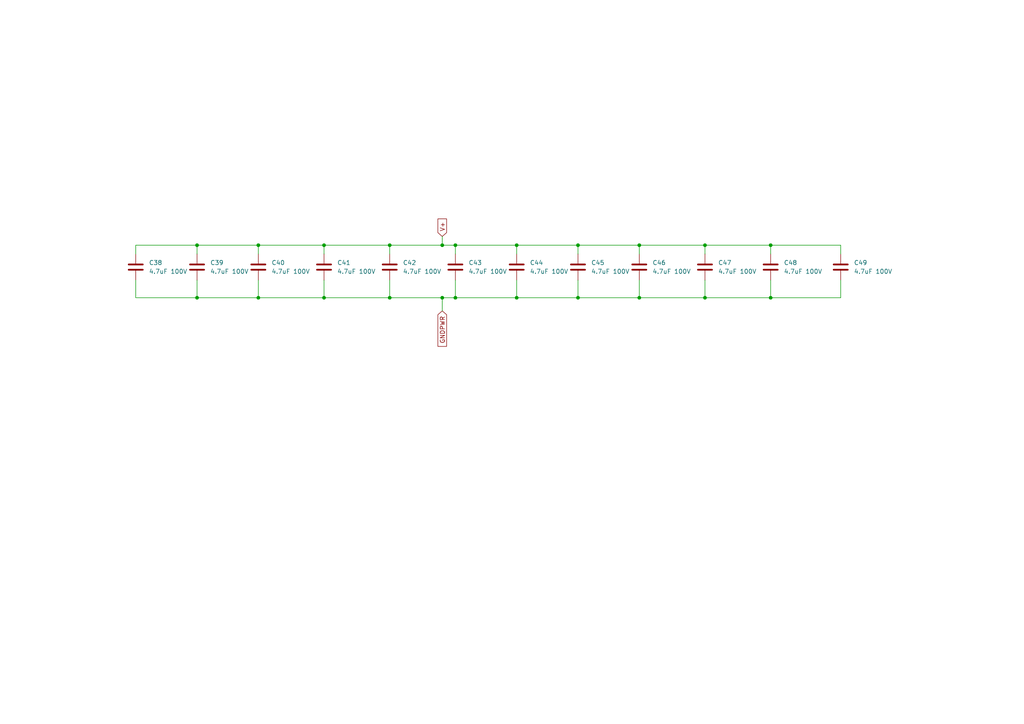
<source format=kicad_sch>
(kicad_sch (version 20230121) (generator eeschema)
  (paper "A4")
  (title_block (title "moteus-c1") (rev "1.1"))
  (lib_symbols
    (symbol "Device:C" (pin_numbers hide) (pin_names (offset 0.254))
      (property "Reference" "C" (at 0.635 2.54 0))
      (property "Value" "C" (at 0.635 -2.54 0))
      (symbol "C_0_1"
        (polyline (pts (xy -2.032 -0.762) (xy 2.032 -0.762)) (stroke (width 0.508)))
        (polyline (pts (xy -2.032 0.762) (xy 2.032 0.762)) (stroke (width 0.508)))
      )
      (symbol "C_1_1"
        (pin passive line (at 0 3.81 270) (length 2.794) (name "~") (number "1"))
        (pin passive line (at 0 -3.81 90) (length 2.794) (name "~") (number "2"))
      )
    )
  )
  (junction (at 74.93 71.12))
  (junction (at 74.93 86.36))
  (junction (at 128.27 71.12))
  (junction (at 113.03 71.12))
  (junction (at 223.52 71.12))
  (junction (at 132.08 71.12))
  (junction (at 149.86 71.12))
  (junction (at 204.47 71.12))
  (junction (at 93.98 86.36))
  (junction (at 185.42 71.12))
  (junction (at 57.15 71.12))
  (junction (at 167.64 86.36))
  (junction (at 185.42 86.36))
  (junction (at 204.47 86.36))
  (junction (at 113.03 86.36))
  (junction (at 93.98 71.12))
  (junction (at 128.27 86.36))
  (junction (at 167.64 71.12))
  (junction (at 57.15 86.36))
  (junction (at 223.52 86.36))
  (junction (at 132.08 86.36))
  (junction (at 149.86 86.36))
  (wire (pts (xy 223.52 86.36) (xy 243.84 86.36)))
  (wire (pts (xy 74.93 71.12) (xy 74.93 73.66)))
  (wire (pts (xy 93.98 81.28) (xy 93.98 86.36)))
  (wire (pts (xy 93.98 71.12) (xy 93.98 73.66)))
  (wire (pts (xy 113.03 71.12) (xy 113.03 73.66)))
  (wire (pts (xy 93.98 86.36) (xy 113.03 86.36)))
  (wire (pts (xy 149.86 71.12) (xy 132.08 71.12)))
  (wire (pts (xy 149.86 81.28) (xy 149.86 86.36)))
  (wire (pts (xy 204.47 71.12) (xy 204.47 73.66)))
  (wire (pts (xy 57.15 86.36) (xy 74.93 86.36)))
  (wire (pts (xy 39.37 73.66) (xy 39.37 71.12)))
  (wire (pts (xy 185.42 71.12) (xy 167.64 71.12)))
  (wire (pts (xy 113.03 81.28) (xy 113.03 86.36)))
  (wire (pts (xy 243.84 73.66) (xy 243.84 71.12)))
  (wire (pts (xy 57.15 71.12) (xy 57.15 73.66)))
  (wire (pts (xy 128.27 71.12) (xy 128.27 68.58)))
  (wire (pts (xy 74.93 81.28) (xy 74.93 86.36)))
  (wire (pts (xy 243.84 81.28) (xy 243.84 86.36)))
  (wire (pts (xy 223.52 81.28) (xy 223.52 86.36)))
  (wire (pts (xy 243.84 71.12) (xy 223.52 71.12)))
  (wire (pts (xy 57.15 71.12) (xy 74.93 71.12)))
  (wire (pts (xy 93.98 71.12) (xy 113.03 71.12)))
  (wire (pts (xy 167.64 81.28) (xy 167.64 86.36)))
  (wire (pts (xy 204.47 81.28) (xy 204.47 86.36)))
  (wire (pts (xy 128.27 86.36) (xy 132.08 86.36)))
  (wire (pts (xy 167.64 71.12) (xy 149.86 71.12)))
  (wire (pts (xy 132.08 86.36) (xy 149.86 86.36)))
  (wire (pts (xy 204.47 86.36) (xy 223.52 86.36)))
  (wire (pts (xy 204.47 71.12) (xy 185.42 71.12)))
  (wire (pts (xy 185.42 71.12) (xy 185.42 73.66)))
  (wire (pts (xy 185.42 86.36) (xy 204.47 86.36)))
  (wire (pts (xy 74.93 86.36) (xy 93.98 86.36)))
  (wire (pts (xy 74.93 71.12) (xy 93.98 71.12)))
  (wire (pts (xy 167.64 71.12) (xy 167.64 73.66)))
  (wire (pts (xy 223.52 71.12) (xy 204.47 71.12)))
  (wire (pts (xy 128.27 86.36) (xy 128.27 90.17)))
  (wire (pts (xy 132.08 71.12) (xy 132.08 73.66)))
  (wire (pts (xy 132.08 81.28) (xy 132.08 86.36)))
  (wire (pts (xy 223.52 71.12) (xy 223.52 73.66)))
  (wire (pts (xy 113.03 86.36) (xy 128.27 86.36)))
  (wire (pts (xy 113.03 71.12) (xy 128.27 71.12)))
  (wire (pts (xy 39.37 81.28) (xy 39.37 86.36)))
  (wire (pts (xy 39.37 86.36) (xy 57.15 86.36)))
  (wire (pts (xy 39.37 71.12) (xy 57.15 71.12)))
  (wire (pts (xy 167.64 86.36) (xy 185.42 86.36)))
  (wire (pts (xy 149.86 86.36) (xy 167.64 86.36)))
  (wire (pts (xy 185.42 81.28) (xy 185.42 86.36)))
  (wire (pts (xy 149.86 71.12) (xy 149.86 73.66)))
  (wire (pts (xy 57.15 81.28) (xy 57.15 86.36)))
  (wire (pts (xy 132.08 71.12) (xy 128.27 71.12)))
  (global_label "GNDPWR" (shape input) (at 128.27 90.17 270) (property "Intersheetrefs" "${INTERSHEET_REFS}" (effects hide)))
  (global_label "V+" (shape input) (at 128.27 68.58 90) (property "Intersheetrefs" "${INTERSHEET_REFS}" (effects hide)))
  (symbol (lib_id "Device:C") (at 223.52 77.47 0) (unit 1)
    (property "Reference" "C48" (at 227.33 76.2 0) (effects (justify left)))
    (property "Value" "4.7uF 100V" (at 227.33 78.74 0) (effects (justify left)))
    (property "Footprint" "Capacitor_SMD:C_1206_3216Metric" (effects hide))
    (property "MPN" "GRJ31CC72A475KE01K" (effects hide))
    (property "MF" "MURATA" (effects hide))
    (property "POPULATE" "1" (effects hide))
  )
  (symbol (lib_id "Device:C") (at 167.64 77.47 0) (unit 1)
    (property "Reference" "C45" (at 171.45 76.2 0) (effects (justify left)))
    (property "Value" "4.7uF 100V" (at 171.45 78.74 0) (effects (justify left)))
    (property "Footprint" "Capacitor_SMD:C_1206_3216Metric" (effects hide))
    (property "MPN" "GRJ31CC72A475KE01K" (effects hide))
    (property "MF" "MURATA" (effects hide))
    (property "POPULATE" "1" (effects hide))
  )
  (symbol (lib_id "Device:C") (at 74.93 77.47 0) (unit 1)
    (property "Reference" "C40" (at 78.74 76.2 0) (effects (justify left)))
    (property "Value" "4.7uF 100V" (at 78.74 78.74 0) (effects (justify left)))
    (property "Footprint" "Capacitor_SMD:C_1206_3216Metric" (effects hide))
    (property "MPN" "GRJ31CC72A475KE01K" (effects hide))
    (property "MF" "MURATA" (effects hide))
    (property "POPULATE" "1" (effects hide))
  )
  (symbol (lib_id "Device:C") (at 39.37 77.47 0) (unit 1)
    (property "Reference" "C38" (at 43.18 76.2 0) (effects (justify left)))
    (property "Value" "4.7uF 100V" (at 43.18 78.74 0) (effects (justify left)))
    (property "Footprint" "Capacitor_SMD:C_1206_3216Metric" (effects hide))
    (property "MPN" "GRJ31CC72A475KE01K" (effects hide))
    (property "MF" "MURATA" (effects hide))
    (property "POPULATE" "1" (effects hide))
  )
  (symbol (lib_id "Device:C") (at 243.84 77.47 0) (unit 1)
    (property "Reference" "C49" (at 247.65 76.2 0) (effects (justify left)))
    (property "Value" "4.7uF 100V" (at 247.65 78.74 0) (effects (justify left)))
    (property "Footprint" "Capacitor_SMD:C_1206_3216Metric" (effects hide))
    (property "MPN" "GRJ31CC72A475KE01K" (effects hide))
    (property "MF" "MURATA" (effects hide))
    (property "POPULATE" "1" (effects hide))
  )
  (symbol (lib_id "Device:C") (at 57.15 77.47 0) (unit 1)
    (property "Reference" "C39" (at 60.96 76.2 0) (effects (justify left)))
    (property "Value" "4.7uF 100V" (at 60.96 78.74 0) (effects (justify left)))
    (property "Footprint" "Capacitor_SMD:C_1206_3216Metric" (effects hide))
    (property "MPN" "GRJ31CC72A475KE01K" (effects hide))
    (property "MF" "MURATA" (effects hide))
    (property "POPULATE" "1" (effects hide))
  )
  (symbol (lib_id "Device:C") (at 149.86 77.47 0) (unit 1)
    (property "Reference" "C44" (at 153.67 76.2 0) (effects (justify left)))
    (property "Value" "4.7uF 100V" (at 153.67 78.74 0) (effects (justify left)))
    (property "Footprint" "Capacitor_SMD:C_1206_3216Metric" (effects hide))
    (property "MPN" "GRJ31CC72A475KE01K" (effects hide))
    (property "MF" "MURATA" (effects hide))
    (property "POPULATE" "1" (effects hide))
  )
  (symbol (lib_id "Device:C") (at 132.08 77.47 0) (unit 1)
    (property "Reference" "C43" (at 135.89 76.2 0) (effects (justify left)))
    (property "Value" "4.7uF 100V" (at 135.89 78.74 0) (effects (justify left)))
    (property "Footprint" "Capacitor_SMD:C_1206_3216Metric" (effects hide))
    (property "MPN" "GRJ31CC72A475KE01K" (effects hide))
    (property "MF" "MURATA" (effects hide))
    (property "POPULATE" "1" (effects hide))
  )
  (symbol (lib_id "Device:C") (at 204.47 77.47 0) (unit 1)
    (property "Reference" "C47" (at 208.28 76.2 0) (effects (justify left)))
    (property "Value" "4.7uF 100V" (at 208.28 78.74 0) (effects (justify left)))
    (property "Footprint" "Capacitor_SMD:C_1206_3216Metric" (effects hide))
    (property "MPN" "GRJ31CC72A475KE01K" (effects hide))
    (property "MF" "MURATA" (effects hide))
    (property "POPULATE" "1" (effects hide))
  )
  (symbol (lib_id "Device:C") (at 93.98 77.47 0) (unit 1)
    (property "Reference" "C41" (at 97.79 76.2 0) (effects (justify left)))
    (property "Value" "4.7uF 100V" (at 97.79 78.74 0) (effects (justify left)))
    (property "Footprint" "Capacitor_SMD:C_1206_3216Metric" (effects hide))
    (property "MPN" "GRJ31CC72A475KE01K" (effects hide))
    (property "MF" "MURATA" (effects hide))
    (property "POPULATE" "1" (effects hide))
  )
  (symbol (lib_id "Device:C") (at 185.42 77.47 0) (unit 1)
    (property "Reference" "C46" (at 189.23 76.2 0) (effects (justify left)))
    (property "Value" "4.7uF 100V" (at 189.23 78.74 0) (effects (justify left)))
    (property "Footprint" "Capacitor_SMD:C_1206_3216Metric" (effects hide))
    (property "MPN" "GRJ31CC72A475KE01K" (effects hide))
    (property "MF" "MURATA" (effects hide))
    (property "POPULATE" "1" (effects hide))
  )
  (symbol (lib_id "Device:C") (at 113.03 77.47 0) (unit 1)
    (property "Reference" "C42" (at 116.84 76.2 0) (effects (justify left)))
    (property "Value" "4.7uF 100V" (at 116.84 78.74 0) (effects (justify left)))
    (property "Footprint" "Capacitor_SMD:C_1206_3216Metric" (effects hide))
    (property "MPN" "GRJ31CC72A475KE01K" (effects hide))
    (property "MF" "MURATA" (effects hide))
    (property "POPULATE" "1" (effects hide))
  )
)
</source>
